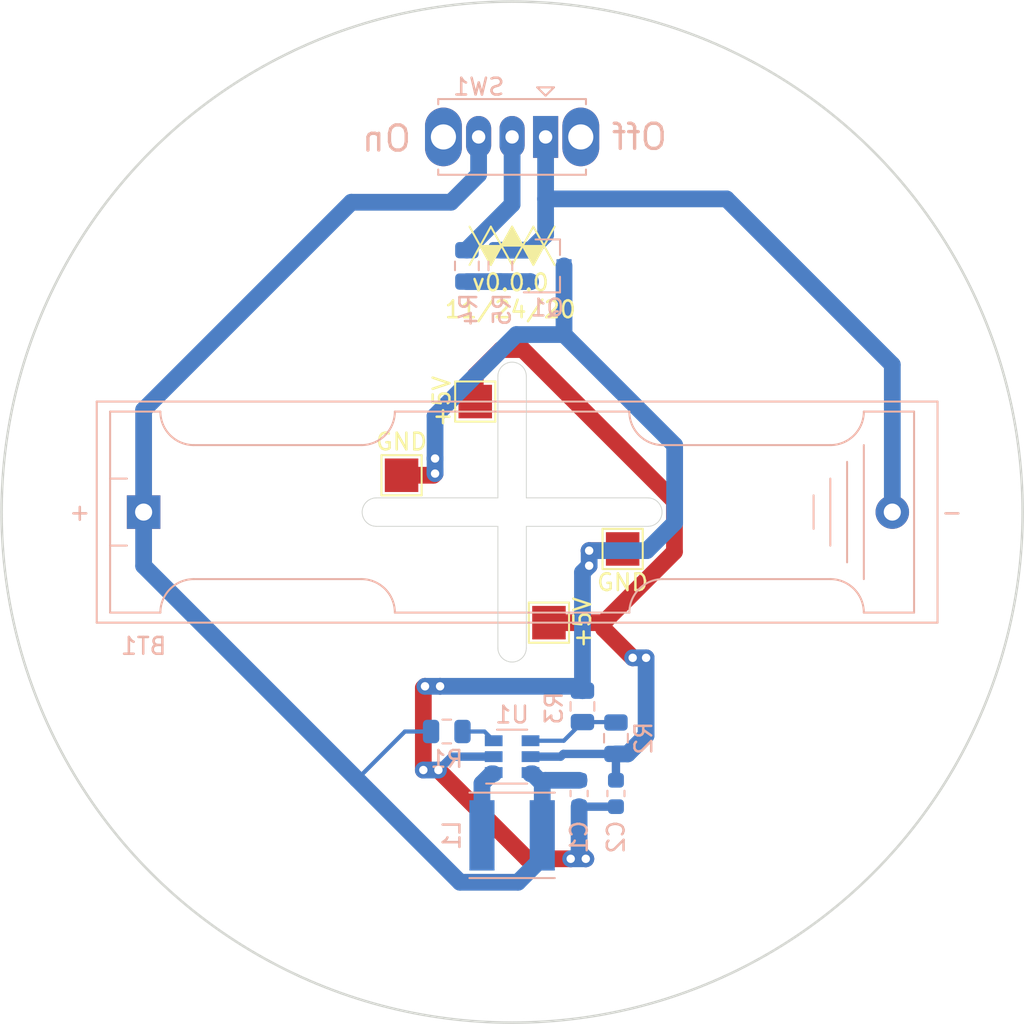
<source format=kicad_pcb>
(kicad_pcb (version 20171130) (host pcbnew "(5.1.6)-1")

  (general
    (thickness 1.6)
    (drawings 20)
    (tracks 104)
    (zones 0)
    (modules 17)
    (nets 10)
  )

  (page A4)
  (layers
    (0 F.Cu signal)
    (31 B.Cu signal)
    (32 B.Adhes user)
    (33 F.Adhes user)
    (34 B.Paste user)
    (35 F.Paste user)
    (36 B.SilkS user)
    (37 F.SilkS user)
    (38 B.Mask user)
    (39 F.Mask user)
    (40 Dwgs.User user)
    (41 Cmts.User user)
    (42 Eco1.User user)
    (43 Eco2.User user)
    (44 Edge.Cuts user)
    (45 Margin user)
    (46 B.CrtYd user)
    (47 F.CrtYd user)
    (48 B.Fab user)
    (49 F.Fab user)
  )

  (setup
    (last_trace_width 1)
    (user_trace_width 0.2)
    (user_trace_width 0.5)
    (user_trace_width 1)
    (trace_clearance 0.2)
    (zone_clearance 0.508)
    (zone_45_only no)
    (trace_min 0.2)
    (via_size 0.8)
    (via_drill 0.4)
    (via_min_size 0.4)
    (via_min_drill 0.3)
    (user_via 0.51 0.3)
    (user_via 1 0.5)
    (uvia_size 0.3)
    (uvia_drill 0.1)
    (uvias_allowed no)
    (uvia_min_size 0.2)
    (uvia_min_drill 0.1)
    (edge_width 0.05)
    (segment_width 0.2)
    (pcb_text_width 0.3)
    (pcb_text_size 1.5 1.5)
    (mod_edge_width 0.12)
    (mod_text_size 1 1)
    (mod_text_width 0.15)
    (pad_size 1.524 1.524)
    (pad_drill 0.762)
    (pad_to_mask_clearance 0.05)
    (aux_axis_origin 0 0)
    (visible_elements 7FFFFFFF)
    (pcbplotparams
      (layerselection 0x010fc_ffffffff)
      (usegerberextensions false)
      (usegerberattributes true)
      (usegerberadvancedattributes true)
      (creategerberjobfile true)
      (excludeedgelayer true)
      (linewidth 0.100000)
      (plotframeref false)
      (viasonmask false)
      (mode 1)
      (useauxorigin false)
      (hpglpennumber 1)
      (hpglpenspeed 20)
      (hpglpendiameter 15.000000)
      (psnegative false)
      (psa4output false)
      (plotreference true)
      (plotvalue true)
      (plotinvisibletext false)
      (padsonsilk false)
      (subtractmaskfromsilk false)
      (outputformat 1)
      (mirror false)
      (drillshape 1)
      (scaleselection 1)
      (outputdirectory ""))
  )

  (net 0 "")
  (net 1 GND)
  (net 2 +1-1.5V)
  (net 3 +5V)
  (net 4 "Net-(L1-Pad2)")
  (net 5 POW_GND)
  (net 6 "Net-(Q1-Pad1)")
  (net 7 "Net-(R1-Pad2)")
  (net 8 "Net-(R2-Pad2)")
  (net 9 +SWV)

  (net_class Default "This is the default net class."
    (clearance 0.2)
    (trace_width 0.25)
    (via_dia 0.8)
    (via_drill 0.4)
    (uvia_dia 0.3)
    (uvia_drill 0.1)
    (add_net +1-1.5V)
    (add_net +5V)
    (add_net +SWV)
    (add_net GND)
    (add_net "Net-(L1-Pad2)")
    (add_net "Net-(Q1-Pad1)")
    (add_net "Net-(R1-Pad2)")
    (add_net "Net-(R2-Pad2)")
    (add_net POW_GND)
  )

  (module Symbol:Logo_WM (layer F.Cu) (tedit 5EA02B73) (tstamp 5FBE3A26)
    (at 64.7 40.3)
    (fp_text reference REF** (at 0 -2.286) (layer F.SilkS) hide
      (effects (font (size 1 1) (thickness 0.15)))
    )
    (fp_text value Logo_WM (at 0 2.032) (layer F.Fab)
      (effects (font (size 1 1) (thickness 0.15)))
    )
    (fp_line (start 0 -1.143) (end -0.635 0) (layer F.SilkS) (width 0.12))
    (fp_line (start -0.635 0) (end 0 1.143) (layer F.SilkS) (width 0.12))
    (fp_line (start 0 1.143) (end 0.635 0) (layer F.SilkS) (width 0.12))
    (fp_line (start 0.635 0) (end 0 -1.143) (layer F.SilkS) (width 0.12))
    (fp_line (start 1.905 0) (end 1.27 -1.143) (layer F.SilkS) (width 0.12))
    (fp_line (start 1.27 1.143) (end 1.905 0) (layer F.SilkS) (width 0.12))
    (fp_line (start 0.635 0) (end 1.27 1.143) (layer F.SilkS) (width 0.12))
    (fp_line (start 1.27 -1.143) (end 0.635 0) (layer F.SilkS) (width 0.12))
    (fp_line (start -1.27 1.143) (end -0.635 0) (layer F.SilkS) (width 0.12))
    (fp_line (start -1.27 -1.143) (end -1.905 0) (layer F.SilkS) (width 0.12))
    (fp_line (start -1.905 0) (end -1.27 1.143) (layer F.SilkS) (width 0.12))
    (fp_line (start -0.635 0) (end -1.27 -1.143) (layer F.SilkS) (width 0.12))
    (fp_line (start -1.905 0) (end -2.54 -1.143) (layer F.SilkS) (width 0.12))
    (fp_line (start -2.54 1.143) (end -1.905 0) (layer F.SilkS) (width 0.12))
    (fp_line (start 2.54 -1.143) (end 1.905 0) (layer F.SilkS) (width 0.12))
    (fp_line (start 1.905 0) (end 2.54 1.143) (layer F.SilkS) (width 0.12))
    (fp_poly (pts (xy -1.905 0) (xy -0.635 0) (xy -1.27 1.143)) (layer F.SilkS) (width 0.1))
    (fp_poly (pts (xy -0.635 0) (xy 0.635 0) (xy 0 -1.143)) (layer F.SilkS) (width 0.1))
    (fp_poly (pts (xy 0.635 0) (xy 1.905 0) (xy 1.27 1.143)) (layer F.SilkS) (width 0.1))
  )

  (module Package_TO_SOT_SMD:SOT-23-6 (layer B.Cu) (tedit 5A02FF57) (tstamp 5FBE2192)
    (at 64.7 70.8)
    (descr "6-pin SOT-23 package")
    (tags SOT-23-6)
    (path /5FBBAFBE)
    (attr smd)
    (fp_text reference U1 (at 0 -2.5 180) (layer B.SilkS)
      (effects (font (size 1 1) (thickness 0.15)) (justify mirror))
    )
    (fp_text value MCP1640BCH (at 0 -2.9 180) (layer B.Fab)
      (effects (font (size 1 1) (thickness 0.15)) (justify mirror))
    )
    (fp_line (start 0.9 1.55) (end 0.9 -1.55) (layer B.Fab) (width 0.1))
    (fp_line (start 0.9 -1.55) (end -0.9 -1.55) (layer B.Fab) (width 0.1))
    (fp_line (start -0.9 0.9) (end -0.9 -1.55) (layer B.Fab) (width 0.1))
    (fp_line (start 0.9 1.55) (end -0.25 1.55) (layer B.Fab) (width 0.1))
    (fp_line (start -0.9 0.9) (end -0.25 1.55) (layer B.Fab) (width 0.1))
    (fp_line (start -1.9 1.8) (end -1.9 -1.8) (layer B.CrtYd) (width 0.05))
    (fp_line (start -1.9 -1.8) (end 1.9 -1.8) (layer B.CrtYd) (width 0.05))
    (fp_line (start 1.9 -1.8) (end 1.9 1.8) (layer B.CrtYd) (width 0.05))
    (fp_line (start 1.9 1.8) (end -1.9 1.8) (layer B.CrtYd) (width 0.05))
    (fp_line (start 0.9 1.61) (end -1.55 1.61) (layer B.SilkS) (width 0.12))
    (fp_line (start -0.9 -1.61) (end 0.9 -1.61) (layer B.SilkS) (width 0.12))
    (fp_text user %R (at 0 0 90) (layer B.Fab)
      (effects (font (size 0.5 0.5) (thickness 0.075)) (justify mirror))
    )
    (pad 5 smd rect (at 1.1 0) (size 1.06 0.65) (layers B.Cu B.Paste B.Mask)
      (net 3 +5V))
    (pad 6 smd rect (at 1.1 0.95) (size 1.06 0.65) (layers B.Cu B.Paste B.Mask)
      (net 2 +1-1.5V))
    (pad 4 smd rect (at 1.1 -0.95) (size 1.06 0.65) (layers B.Cu B.Paste B.Mask)
      (net 8 "Net-(R2-Pad2)"))
    (pad 3 smd rect (at -1.1 -0.95) (size 1.06 0.65) (layers B.Cu B.Paste B.Mask)
      (net 7 "Net-(R1-Pad2)"))
    (pad 2 smd rect (at -1.1 0) (size 1.06 0.65) (layers B.Cu B.Paste B.Mask)
      (net 5 POW_GND))
    (pad 1 smd rect (at -1.1 0.95) (size 1.06 0.65) (layers B.Cu B.Paste B.Mask)
      (net 4 "Net-(L1-Pad2)"))
    (model ${KISYS3DMOD}/Package_TO_SOT_SMD.3dshapes/SOT-23-6.wrl
      (at (xyz 0 0 0))
      (scale (xyz 1 1 1))
      (rotate (xyz 0 0 0))
    )
  )

  (module TestPoint:TestPoint_Pad_2.0x2.0mm (layer F.Cu) (tedit 5A0F774F) (tstamp 5FBE217C)
    (at 71.3 58.4 180)
    (descr "SMD rectangular pad as test Point, square 2.0mm side length")
    (tags "test point SMD pad rectangle square")
    (path /5FC1F468)
    (attr virtual)
    (fp_text reference GND (at 0 -1.998) (layer F.SilkS)
      (effects (font (size 1 1) (thickness 0.15)))
    )
    (fp_text value TP_G (at 0 2.05) (layer F.Fab)
      (effects (font (size 1 1) (thickness 0.15)))
    )
    (fp_line (start 1.5 1.5) (end -1.5 1.5) (layer F.CrtYd) (width 0.05))
    (fp_line (start 1.5 1.5) (end 1.5 -1.5) (layer F.CrtYd) (width 0.05))
    (fp_line (start -1.5 -1.5) (end -1.5 1.5) (layer F.CrtYd) (width 0.05))
    (fp_line (start -1.5 -1.5) (end 1.5 -1.5) (layer F.CrtYd) (width 0.05))
    (fp_line (start -1.2 1.2) (end -1.2 -1.2) (layer F.SilkS) (width 0.12))
    (fp_line (start 1.2 1.2) (end -1.2 1.2) (layer F.SilkS) (width 0.12))
    (fp_line (start 1.2 -1.2) (end 1.2 1.2) (layer F.SilkS) (width 0.12))
    (fp_line (start -1.2 -1.2) (end 1.2 -1.2) (layer F.SilkS) (width 0.12))
    (fp_text user %R (at 0 -2) (layer F.Fab)
      (effects (font (size 1 1) (thickness 0.15)))
    )
    (pad 1 smd rect (at 0 0 180) (size 2 2) (layers F.Cu F.Mask)
      (net 5 POW_GND))
  )

  (module TestPoint:TestPoint_Pad_2.0x2.0mm (layer F.Cu) (tedit 5A0F774F) (tstamp 5FBE216E)
    (at 58.1 54)
    (descr "SMD rectangular pad as test Point, square 2.0mm side length")
    (tags "test point SMD pad rectangle square")
    (path /5FC1E729)
    (attr virtual)
    (fp_text reference GND (at 0 -1.998) (layer F.SilkS)
      (effects (font (size 1 1) (thickness 0.15)))
    )
    (fp_text value TP_G (at 0 2.05) (layer F.Fab)
      (effects (font (size 1 1) (thickness 0.15)))
    )
    (fp_line (start 1.5 1.5) (end -1.5 1.5) (layer F.CrtYd) (width 0.05))
    (fp_line (start 1.5 1.5) (end 1.5 -1.5) (layer F.CrtYd) (width 0.05))
    (fp_line (start -1.5 -1.5) (end -1.5 1.5) (layer F.CrtYd) (width 0.05))
    (fp_line (start -1.5 -1.5) (end 1.5 -1.5) (layer F.CrtYd) (width 0.05))
    (fp_line (start -1.2 1.2) (end -1.2 -1.2) (layer F.SilkS) (width 0.12))
    (fp_line (start 1.2 1.2) (end -1.2 1.2) (layer F.SilkS) (width 0.12))
    (fp_line (start 1.2 -1.2) (end 1.2 1.2) (layer F.SilkS) (width 0.12))
    (fp_line (start -1.2 -1.2) (end 1.2 -1.2) (layer F.SilkS) (width 0.12))
    (fp_text user %R (at 0 -2) (layer F.Fab)
      (effects (font (size 1 1) (thickness 0.15)))
    )
    (pad 1 smd rect (at 0 0) (size 2 2) (layers F.Cu F.Mask)
      (net 5 POW_GND))
  )

  (module TestPoint:TestPoint_Pad_2.0x2.0mm (layer F.Cu) (tedit 5A0F774F) (tstamp 5FBE2160)
    (at 66.9 62.8 270)
    (descr "SMD rectangular pad as test Point, square 2.0mm side length")
    (tags "test point SMD pad rectangle square")
    (path /5FC1D717)
    (attr virtual)
    (fp_text reference +5V (at 0 -1.998 90) (layer F.SilkS)
      (effects (font (size 1 1) (thickness 0.15)))
    )
    (fp_text value TP_V (at 0 2.05 90) (layer F.Fab)
      (effects (font (size 1 1) (thickness 0.15)))
    )
    (fp_line (start 1.5 1.5) (end -1.5 1.5) (layer F.CrtYd) (width 0.05))
    (fp_line (start 1.5 1.5) (end 1.5 -1.5) (layer F.CrtYd) (width 0.05))
    (fp_line (start -1.5 -1.5) (end -1.5 1.5) (layer F.CrtYd) (width 0.05))
    (fp_line (start -1.5 -1.5) (end 1.5 -1.5) (layer F.CrtYd) (width 0.05))
    (fp_line (start -1.2 1.2) (end -1.2 -1.2) (layer F.SilkS) (width 0.12))
    (fp_line (start 1.2 1.2) (end -1.2 1.2) (layer F.SilkS) (width 0.12))
    (fp_line (start 1.2 -1.2) (end 1.2 1.2) (layer F.SilkS) (width 0.12))
    (fp_line (start -1.2 -1.2) (end 1.2 -1.2) (layer F.SilkS) (width 0.12))
    (fp_text user %R (at 0 -2 90) (layer F.Fab)
      (effects (font (size 1 1) (thickness 0.15)))
    )
    (pad 1 smd rect (at 0 0 270) (size 2 2) (layers F.Cu F.Mask)
      (net 3 +5V))
  )

  (module TestPoint:TestPoint_Pad_2.0x2.0mm (layer F.Cu) (tedit 5A0F774F) (tstamp 5FBE2152)
    (at 62.5 49.6 90)
    (descr "SMD rectangular pad as test Point, square 2.0mm side length")
    (tags "test point SMD pad rectangle square")
    (path /5FC785EA)
    (attr virtual)
    (fp_text reference +5V (at 0 -1.998 90) (layer F.SilkS)
      (effects (font (size 1 1) (thickness 0.15)))
    )
    (fp_text value TP_V (at 0 2.05 90) (layer F.Fab)
      (effects (font (size 1 1) (thickness 0.15)))
    )
    (fp_line (start 1.5 1.5) (end -1.5 1.5) (layer F.CrtYd) (width 0.05))
    (fp_line (start 1.5 1.5) (end 1.5 -1.5) (layer F.CrtYd) (width 0.05))
    (fp_line (start -1.5 -1.5) (end -1.5 1.5) (layer F.CrtYd) (width 0.05))
    (fp_line (start -1.5 -1.5) (end 1.5 -1.5) (layer F.CrtYd) (width 0.05))
    (fp_line (start -1.2 1.2) (end -1.2 -1.2) (layer F.SilkS) (width 0.12))
    (fp_line (start 1.2 1.2) (end -1.2 1.2) (layer F.SilkS) (width 0.12))
    (fp_line (start 1.2 -1.2) (end 1.2 1.2) (layer F.SilkS) (width 0.12))
    (fp_line (start -1.2 -1.2) (end 1.2 -1.2) (layer F.SilkS) (width 0.12))
    (fp_text user %R (at 0 -2 90) (layer F.Fab)
      (effects (font (size 1 1) (thickness 0.15)))
    )
    (pad 1 smd rect (at 0 0 90) (size 2 2) (layers F.Cu F.Mask)
      (net 3 +5V))
  )

  (module Button_Switch_THT:SW_Slide_1P2T_CK_OS102011MS2Q (layer B.Cu) (tedit 5C5044D5) (tstamp 5FBE2144)
    (at 66.7 33.8 180)
    (descr "CuK miniature slide switch, OS series, SPDT, https://www.ckswitches.com/media/1428/os.pdf")
    (tags "switch SPDT")
    (path /5FBC0A07)
    (fp_text reference SW1 (at 3.99 2.99) (layer B.SilkS)
      (effects (font (size 1 1) (thickness 0.15)) (justify mirror))
    )
    (fp_text value SW_SPDT (at 2 -3) (layer B.Fab)
      (effects (font (size 1 1) (thickness 0.15)) (justify mirror))
    )
    (fp_line (start 0.5 2.96) (end -0.5 2.96) (layer B.SilkS) (width 0.12))
    (fp_line (start 0 2.46) (end 0.5 2.96) (layer B.SilkS) (width 0.12))
    (fp_line (start -0.5 2.96) (end 0 2.46) (layer B.SilkS) (width 0.12))
    (fp_line (start 0 1.65) (end 0.5 2.15) (layer B.Fab) (width 0.1))
    (fp_line (start -0.5 2.15) (end 0 1.65) (layer B.Fab) (width 0.1))
    (fp_line (start -3.45 -2.4) (end -3.45 2.4) (layer F.CrtYd) (width 0.05))
    (fp_line (start 7.45 -2.4) (end -3.45 -2.4) (layer F.CrtYd) (width 0.05))
    (fp_line (start 7.45 2.4) (end 7.45 -2.4) (layer F.CrtYd) (width 0.05))
    (fp_line (start -3.45 2.4) (end 7.45 2.4) (layer F.CrtYd) (width 0.05))
    (fp_line (start 6.41 -2.26) (end 6.41 -1.95) (layer B.SilkS) (width 0.12))
    (fp_line (start -2.41 -2.26) (end -2.41 -1.95) (layer B.SilkS) (width 0.12))
    (fp_line (start -2.41 1.95) (end -2.41 2.26) (layer B.SilkS) (width 0.12))
    (fp_line (start 6.41 -2.26) (end -2.41 -2.26) (layer B.SilkS) (width 0.12))
    (fp_line (start 6.41 2.26) (end 6.41 1.95) (layer B.SilkS) (width 0.12))
    (fp_line (start -2.41 2.26) (end 6.41 2.26) (layer B.SilkS) (width 0.12))
    (fp_line (start -2.3 2.15) (end -0.5 2.15) (layer B.Fab) (width 0.1))
    (fp_line (start 2 1) (end 2 -1) (layer B.Fab) (width 0.1))
    (fp_line (start 1.34 1) (end 1.34 -1) (layer B.Fab) (width 0.1))
    (fp_line (start 0.66 1) (end 0.66 -1) (layer B.Fab) (width 0.1))
    (fp_line (start 0 1) (end 0 -1) (layer B.Fab) (width 0.1))
    (fp_line (start 0 -1) (end 4 -1) (layer B.Fab) (width 0.1))
    (fp_line (start 4 1) (end 4 -1) (layer B.Fab) (width 0.1))
    (fp_line (start 0 1) (end 4 1) (layer B.Fab) (width 0.1))
    (fp_line (start -2.3 -2.15) (end -2.3 2.15) (layer B.Fab) (width 0.1))
    (fp_line (start 6.3 -2.15) (end -2.3 -2.15) (layer B.Fab) (width 0.1))
    (fp_line (start 6.3 2.15) (end 6.3 -2.15) (layer B.Fab) (width 0.1))
    (fp_line (start 0.5 2.15) (end 6.3 2.15) (layer B.Fab) (width 0.1))
    (fp_text user %R (at 3.99 2.99) (layer B.Fab)
      (effects (font (size 1 1) (thickness 0.15)) (justify mirror))
    )
    (pad "" thru_hole oval (at 6.1 0 180) (size 2.2 3.5) (drill 1.5) (layers *.Cu *.Mask))
    (pad "" thru_hole oval (at -2.1 0 180) (size 2.2 3.5) (drill 1.5) (layers *.Cu *.Mask))
    (pad 3 thru_hole oval (at 4 0 180) (size 1.5 2.5) (drill 0.8) (layers *.Cu *.Mask)
      (net 2 +1-1.5V))
    (pad 2 thru_hole oval (at 2 0 180) (size 1.5 2.5) (drill 0.8) (layers *.Cu *.Mask)
      (net 9 +SWV))
    (pad 1 thru_hole rect (at 0 0 180) (size 1.5 2.5) (drill 0.8) (layers *.Cu *.Mask)
      (net 1 GND))
    (model ${KISYS3DMOD}/Button_Switch_THT.3dshapes/SW_Slide_1P2T_CK_OS102011MS2Q.wrl
      (at (xyz 0 0 0))
      (scale (xyz 1 1 1))
      (rotate (xyz 0 0 0))
    )
  )

  (module Resistor_SMD:R_0805_2012Metric (layer B.Cu) (tedit 5B36C52B) (tstamp 5FBE211F)
    (at 64 41.5 90)
    (descr "Resistor SMD 0805 (2012 Metric), square (rectangular) end terminal, IPC_7351 nominal, (Body size source: https://docs.google.com/spreadsheets/d/1BsfQQcO9C6DZCsRaXUlFlo91Tg2WpOkGARC1WS5S8t0/edit?usp=sharing), generated with kicad-footprint-generator")
    (tags resistor)
    (path /5FBE68B5)
    (attr smd)
    (fp_text reference R5 (at -2.6 0.1 90) (layer B.SilkS)
      (effects (font (size 1 1) (thickness 0.15)) (justify mirror))
    )
    (fp_text value 10kR (at 0 -1.65 90) (layer B.Fab)
      (effects (font (size 1 1) (thickness 0.15)) (justify mirror))
    )
    (fp_line (start 1.68 -0.95) (end -1.68 -0.95) (layer B.CrtYd) (width 0.05))
    (fp_line (start 1.68 0.95) (end 1.68 -0.95) (layer B.CrtYd) (width 0.05))
    (fp_line (start -1.68 0.95) (end 1.68 0.95) (layer B.CrtYd) (width 0.05))
    (fp_line (start -1.68 -0.95) (end -1.68 0.95) (layer B.CrtYd) (width 0.05))
    (fp_line (start -0.258578 -0.71) (end 0.258578 -0.71) (layer B.SilkS) (width 0.12))
    (fp_line (start -0.258578 0.71) (end 0.258578 0.71) (layer B.SilkS) (width 0.12))
    (fp_line (start 1 -0.6) (end -1 -0.6) (layer B.Fab) (width 0.1))
    (fp_line (start 1 0.6) (end 1 -0.6) (layer B.Fab) (width 0.1))
    (fp_line (start -1 0.6) (end 1 0.6) (layer B.Fab) (width 0.1))
    (fp_line (start -1 -0.6) (end -1 0.6) (layer B.Fab) (width 0.1))
    (fp_text user %R (at 0 0 90) (layer B.Fab)
      (effects (font (size 0.5 0.5) (thickness 0.08)) (justify mirror))
    )
    (pad 2 smd roundrect (at 0.9375 0 90) (size 0.975 1.4) (layers B.Cu B.Paste B.Mask) (roundrect_rratio 0.25)
      (net 1 GND))
    (pad 1 smd roundrect (at -0.9375 0 90) (size 0.975 1.4) (layers B.Cu B.Paste B.Mask) (roundrect_rratio 0.25)
      (net 6 "Net-(Q1-Pad1)"))
    (model ${KISYS3DMOD}/Resistor_SMD.3dshapes/R_0805_2012Metric.wrl
      (at (xyz 0 0 0))
      (scale (xyz 1 1 1))
      (rotate (xyz 0 0 0))
    )
  )

  (module Resistor_SMD:R_0805_2012Metric (layer B.Cu) (tedit 5B36C52B) (tstamp 5FBE210E)
    (at 62 41.5 270)
    (descr "Resistor SMD 0805 (2012 Metric), square (rectangular) end terminal, IPC_7351 nominal, (Body size source: https://docs.google.com/spreadsheets/d/1BsfQQcO9C6DZCsRaXUlFlo91Tg2WpOkGARC1WS5S8t0/edit?usp=sharing), generated with kicad-footprint-generator")
    (tags resistor)
    (path /5FBE78E9)
    (attr smd)
    (fp_text reference R4 (at 2.6 -0.1 90) (layer B.SilkS)
      (effects (font (size 1 1) (thickness 0.15)) (justify mirror))
    )
    (fp_text value 1kR (at 0 -1.65 90) (layer B.Fab)
      (effects (font (size 1 1) (thickness 0.15)) (justify mirror))
    )
    (fp_line (start 1.68 -0.95) (end -1.68 -0.95) (layer B.CrtYd) (width 0.05))
    (fp_line (start 1.68 0.95) (end 1.68 -0.95) (layer B.CrtYd) (width 0.05))
    (fp_line (start -1.68 0.95) (end 1.68 0.95) (layer B.CrtYd) (width 0.05))
    (fp_line (start -1.68 -0.95) (end -1.68 0.95) (layer B.CrtYd) (width 0.05))
    (fp_line (start -0.258578 -0.71) (end 0.258578 -0.71) (layer B.SilkS) (width 0.12))
    (fp_line (start -0.258578 0.71) (end 0.258578 0.71) (layer B.SilkS) (width 0.12))
    (fp_line (start 1 -0.6) (end -1 -0.6) (layer B.Fab) (width 0.1))
    (fp_line (start 1 0.6) (end 1 -0.6) (layer B.Fab) (width 0.1))
    (fp_line (start -1 0.6) (end 1 0.6) (layer B.Fab) (width 0.1))
    (fp_line (start -1 -0.6) (end -1 0.6) (layer B.Fab) (width 0.1))
    (fp_text user %R (at 0 0 90) (layer B.Fab)
      (effects (font (size 0.5 0.5) (thickness 0.08)) (justify mirror))
    )
    (pad 2 smd roundrect (at 0.9375 0 270) (size 0.975 1.4) (layers B.Cu B.Paste B.Mask) (roundrect_rratio 0.25)
      (net 6 "Net-(Q1-Pad1)"))
    (pad 1 smd roundrect (at -0.9375 0 270) (size 0.975 1.4) (layers B.Cu B.Paste B.Mask) (roundrect_rratio 0.25)
      (net 9 +SWV))
    (model ${KISYS3DMOD}/Resistor_SMD.3dshapes/R_0805_2012Metric.wrl
      (at (xyz 0 0 0))
      (scale (xyz 1 1 1))
      (rotate (xyz 0 0 0))
    )
  )

  (module Resistor_SMD:R_0805_2012Metric (layer B.Cu) (tedit 5B36C52B) (tstamp 5FBE20FD)
    (at 68.9 67.8 90)
    (descr "Resistor SMD 0805 (2012 Metric), square (rectangular) end terminal, IPC_7351 nominal, (Body size source: https://docs.google.com/spreadsheets/d/1BsfQQcO9C6DZCsRaXUlFlo91Tg2WpOkGARC1WS5S8t0/edit?usp=sharing), generated with kicad-footprint-generator")
    (tags resistor)
    (path /5FBC393A)
    (attr smd)
    (fp_text reference R3 (at -0.1 -1.7 90) (layer B.SilkS)
      (effects (font (size 1 1) (thickness 0.15)) (justify mirror))
    )
    (fp_text value 309kR (at 0 -1.65 90) (layer B.Fab)
      (effects (font (size 1 1) (thickness 0.15)) (justify mirror))
    )
    (fp_line (start 1.68 -0.95) (end -1.68 -0.95) (layer B.CrtYd) (width 0.05))
    (fp_line (start 1.68 0.95) (end 1.68 -0.95) (layer B.CrtYd) (width 0.05))
    (fp_line (start -1.68 0.95) (end 1.68 0.95) (layer B.CrtYd) (width 0.05))
    (fp_line (start -1.68 -0.95) (end -1.68 0.95) (layer B.CrtYd) (width 0.05))
    (fp_line (start -0.258578 -0.71) (end 0.258578 -0.71) (layer B.SilkS) (width 0.12))
    (fp_line (start -0.258578 0.71) (end 0.258578 0.71) (layer B.SilkS) (width 0.12))
    (fp_line (start 1 -0.6) (end -1 -0.6) (layer B.Fab) (width 0.1))
    (fp_line (start 1 0.6) (end 1 -0.6) (layer B.Fab) (width 0.1))
    (fp_line (start -1 0.6) (end 1 0.6) (layer B.Fab) (width 0.1))
    (fp_line (start -1 -0.6) (end -1 0.6) (layer B.Fab) (width 0.1))
    (fp_text user %R (at 0 0 90) (layer B.Fab)
      (effects (font (size 0.5 0.5) (thickness 0.08)) (justify mirror))
    )
    (pad 2 smd roundrect (at 0.9375 0 90) (size 0.975 1.4) (layers B.Cu B.Paste B.Mask) (roundrect_rratio 0.25)
      (net 5 POW_GND))
    (pad 1 smd roundrect (at -0.9375 0 90) (size 0.975 1.4) (layers B.Cu B.Paste B.Mask) (roundrect_rratio 0.25)
      (net 8 "Net-(R2-Pad2)"))
    (model ${KISYS3DMOD}/Resistor_SMD.3dshapes/R_0805_2012Metric.wrl
      (at (xyz 0 0 0))
      (scale (xyz 1 1 1))
      (rotate (xyz 0 0 0))
    )
  )

  (module Resistor_SMD:R_0805_2012Metric (layer B.Cu) (tedit 5B36C52B) (tstamp 5FBE20EC)
    (at 70.9 69.7 90)
    (descr "Resistor SMD 0805 (2012 Metric), square (rectangular) end terminal, IPC_7351 nominal, (Body size source: https://docs.google.com/spreadsheets/d/1BsfQQcO9C6DZCsRaXUlFlo91Tg2WpOkGARC1WS5S8t0/edit?usp=sharing), generated with kicad-footprint-generator")
    (tags resistor)
    (path /5FBC32F6)
    (attr smd)
    (fp_text reference R2 (at 0 1.65 90) (layer B.SilkS)
      (effects (font (size 1 1) (thickness 0.15)) (justify mirror))
    )
    (fp_text value 976kR (at 0 -1.65 90) (layer B.Fab)
      (effects (font (size 1 1) (thickness 0.15)) (justify mirror))
    )
    (fp_line (start 1.68 -0.95) (end -1.68 -0.95) (layer B.CrtYd) (width 0.05))
    (fp_line (start 1.68 0.95) (end 1.68 -0.95) (layer B.CrtYd) (width 0.05))
    (fp_line (start -1.68 0.95) (end 1.68 0.95) (layer B.CrtYd) (width 0.05))
    (fp_line (start -1.68 -0.95) (end -1.68 0.95) (layer B.CrtYd) (width 0.05))
    (fp_line (start -0.258578 -0.71) (end 0.258578 -0.71) (layer B.SilkS) (width 0.12))
    (fp_line (start -0.258578 0.71) (end 0.258578 0.71) (layer B.SilkS) (width 0.12))
    (fp_line (start 1 -0.6) (end -1 -0.6) (layer B.Fab) (width 0.1))
    (fp_line (start 1 0.6) (end 1 -0.6) (layer B.Fab) (width 0.1))
    (fp_line (start -1 0.6) (end 1 0.6) (layer B.Fab) (width 0.1))
    (fp_line (start -1 -0.6) (end -1 0.6) (layer B.Fab) (width 0.1))
    (fp_text user %R (at 0 0 90) (layer B.Fab)
      (effects (font (size 0.5 0.5) (thickness 0.08)) (justify mirror))
    )
    (pad 2 smd roundrect (at 0.9375 0 90) (size 0.975 1.4) (layers B.Cu B.Paste B.Mask) (roundrect_rratio 0.25)
      (net 8 "Net-(R2-Pad2)"))
    (pad 1 smd roundrect (at -0.9375 0 90) (size 0.975 1.4) (layers B.Cu B.Paste B.Mask) (roundrect_rratio 0.25)
      (net 3 +5V))
    (model ${KISYS3DMOD}/Resistor_SMD.3dshapes/R_0805_2012Metric.wrl
      (at (xyz 0 0 0))
      (scale (xyz 1 1 1))
      (rotate (xyz 0 0 0))
    )
  )

  (module Resistor_SMD:R_0805_2012Metric (layer B.Cu) (tedit 5B36C52B) (tstamp 5FBE20DB)
    (at 60.8 69.3)
    (descr "Resistor SMD 0805 (2012 Metric), square (rectangular) end terminal, IPC_7351 nominal, (Body size source: https://docs.google.com/spreadsheets/d/1BsfQQcO9C6DZCsRaXUlFlo91Tg2WpOkGARC1WS5S8t0/edit?usp=sharing), generated with kicad-footprint-generator")
    (tags resistor)
    (path /5FBC81D7)
    (attr smd)
    (fp_text reference R1 (at 0 1.65 180) (layer B.SilkS)
      (effects (font (size 1 1) (thickness 0.15)) (justify mirror))
    )
    (fp_text value 10kR (at 0 -1.65 180) (layer B.Fab)
      (effects (font (size 1 1) (thickness 0.15)) (justify mirror))
    )
    (fp_line (start 1.68 -0.95) (end -1.68 -0.95) (layer B.CrtYd) (width 0.05))
    (fp_line (start 1.68 0.95) (end 1.68 -0.95) (layer B.CrtYd) (width 0.05))
    (fp_line (start -1.68 0.95) (end 1.68 0.95) (layer B.CrtYd) (width 0.05))
    (fp_line (start -1.68 -0.95) (end -1.68 0.95) (layer B.CrtYd) (width 0.05))
    (fp_line (start -0.258578 -0.71) (end 0.258578 -0.71) (layer B.SilkS) (width 0.12))
    (fp_line (start -0.258578 0.71) (end 0.258578 0.71) (layer B.SilkS) (width 0.12))
    (fp_line (start 1 -0.6) (end -1 -0.6) (layer B.Fab) (width 0.1))
    (fp_line (start 1 0.6) (end 1 -0.6) (layer B.Fab) (width 0.1))
    (fp_line (start -1 0.6) (end 1 0.6) (layer B.Fab) (width 0.1))
    (fp_line (start -1 -0.6) (end -1 0.6) (layer B.Fab) (width 0.1))
    (fp_text user %R (at 0 0 180) (layer B.Fab)
      (effects (font (size 0.5 0.5) (thickness 0.08)) (justify mirror))
    )
    (pad 2 smd roundrect (at 0.9375 0) (size 0.975 1.4) (layers B.Cu B.Paste B.Mask) (roundrect_rratio 0.25)
      (net 7 "Net-(R1-Pad2)"))
    (pad 1 smd roundrect (at -0.9375 0) (size 0.975 1.4) (layers B.Cu B.Paste B.Mask) (roundrect_rratio 0.25)
      (net 2 +1-1.5V))
    (model ${KISYS3DMOD}/Resistor_SMD.3dshapes/R_0805_2012Metric.wrl
      (at (xyz 0 0 0))
      (scale (xyz 1 1 1))
      (rotate (xyz 0 0 0))
    )
  )

  (module Package_TO_SOT_SMD:SOT-23 (layer B.Cu) (tedit 5A02FF57) (tstamp 5FBE20CA)
    (at 66.8 41.5)
    (descr "SOT-23, Standard")
    (tags SOT-23)
    (path /5FBDD516)
    (attr smd)
    (fp_text reference Q1 (at 0 2.5) (layer B.SilkS)
      (effects (font (size 1 1) (thickness 0.15)) (justify mirror))
    )
    (fp_text value DMG2302U (at 0 -2.5) (layer B.Fab)
      (effects (font (size 1 1) (thickness 0.15)) (justify mirror))
    )
    (fp_line (start 0.76 -1.58) (end -0.7 -1.58) (layer B.SilkS) (width 0.12))
    (fp_line (start 0.76 1.58) (end -1.4 1.58) (layer B.SilkS) (width 0.12))
    (fp_line (start -1.7 -1.75) (end -1.7 1.75) (layer B.CrtYd) (width 0.05))
    (fp_line (start 1.7 -1.75) (end -1.7 -1.75) (layer B.CrtYd) (width 0.05))
    (fp_line (start 1.7 1.75) (end 1.7 -1.75) (layer B.CrtYd) (width 0.05))
    (fp_line (start -1.7 1.75) (end 1.7 1.75) (layer B.CrtYd) (width 0.05))
    (fp_line (start 0.76 1.58) (end 0.76 0.65) (layer B.SilkS) (width 0.12))
    (fp_line (start 0.76 -1.58) (end 0.76 -0.65) (layer B.SilkS) (width 0.12))
    (fp_line (start -0.7 -1.52) (end 0.7 -1.52) (layer B.Fab) (width 0.1))
    (fp_line (start 0.7 1.52) (end 0.7 -1.52) (layer B.Fab) (width 0.1))
    (fp_line (start -0.7 0.95) (end -0.15 1.52) (layer B.Fab) (width 0.1))
    (fp_line (start -0.15 1.52) (end 0.7 1.52) (layer B.Fab) (width 0.1))
    (fp_line (start -0.7 0.95) (end -0.7 -1.5) (layer B.Fab) (width 0.1))
    (fp_text user %R (at 0 0 -90) (layer B.Fab)
      (effects (font (size 0.5 0.5) (thickness 0.075)) (justify mirror))
    )
    (pad 3 smd rect (at 1 0) (size 0.9 0.8) (layers B.Cu B.Paste B.Mask)
      (net 5 POW_GND))
    (pad 2 smd rect (at -1 -0.95) (size 0.9 0.8) (layers B.Cu B.Paste B.Mask)
      (net 1 GND))
    (pad 1 smd rect (at -1 0.95) (size 0.9 0.8) (layers B.Cu B.Paste B.Mask)
      (net 6 "Net-(Q1-Pad1)"))
    (model ${KISYS3DMOD}/Package_TO_SOT_SMD.3dshapes/SOT-23.wrl
      (at (xyz 0 0 0))
      (scale (xyz 1 1 1))
      (rotate (xyz 0 0 0))
    )
  )

  (module Inductor_SMD:L_Taiyo-Yuden_NR-50xx (layer B.Cu) (tedit 5990349D) (tstamp 5FBE20B5)
    (at 64.7 75.5 180)
    (descr "Inductor, Taiyo Yuden, NR series, Taiyo-Yuden_NR-50xx, 4.9mmx4.9mm")
    (tags "inductor taiyo-yuden nr smd")
    (path /5FBC1D89)
    (attr smd)
    (fp_text reference L1 (at 3.6 0 270) (layer B.SilkS)
      (effects (font (size 1 1) (thickness 0.15)) (justify mirror))
    )
    (fp_text value "10uH 1.4As" (at 0 -3.95 180) (layer B.Fab)
      (effects (font (size 1 1) (thickness 0.15)) (justify mirror))
    )
    (fp_line (start 2.8 2.75) (end -2.8 2.75) (layer B.CrtYd) (width 0.05))
    (fp_line (start 2.8 -2.75) (end 2.8 2.75) (layer B.CrtYd) (width 0.05))
    (fp_line (start -2.8 -2.75) (end 2.8 -2.75) (layer B.CrtYd) (width 0.05))
    (fp_line (start -2.8 2.75) (end -2.8 -2.75) (layer B.CrtYd) (width 0.05))
    (fp_line (start -2.55 -2.55) (end 2.55 -2.55) (layer B.SilkS) (width 0.12))
    (fp_line (start -2.55 2.55) (end 2.55 2.55) (layer B.SilkS) (width 0.12))
    (fp_line (start -1.65 -2.45) (end 0 -2.45) (layer B.Fab) (width 0.1))
    (fp_line (start -2.45 -1.65) (end -1.65 -2.45) (layer B.Fab) (width 0.1))
    (fp_line (start -2.45 0) (end -2.45 -1.65) (layer B.Fab) (width 0.1))
    (fp_line (start 1.65 -2.45) (end 0 -2.45) (layer B.Fab) (width 0.1))
    (fp_line (start 2.45 -1.65) (end 1.65 -2.45) (layer B.Fab) (width 0.1))
    (fp_line (start 2.45 0) (end 2.45 -1.65) (layer B.Fab) (width 0.1))
    (fp_line (start 1.65 2.45) (end 0 2.45) (layer B.Fab) (width 0.1))
    (fp_line (start 2.45 1.65) (end 1.65 2.45) (layer B.Fab) (width 0.1))
    (fp_line (start 2.45 0) (end 2.45 1.65) (layer B.Fab) (width 0.1))
    (fp_line (start -1.65 2.45) (end 0 2.45) (layer B.Fab) (width 0.1))
    (fp_line (start -2.45 1.65) (end -1.65 2.45) (layer B.Fab) (width 0.1))
    (fp_line (start -2.45 0) (end -2.45 1.65) (layer B.Fab) (width 0.1))
    (fp_text user %R (at 0 0 180) (layer B.Fab)
      (effects (font (size 1 1) (thickness 0.15)) (justify mirror))
    )
    (pad 2 smd rect (at 1.8 0 180) (size 1.5 4.2) (layers B.Cu B.Paste B.Mask)
      (net 4 "Net-(L1-Pad2)"))
    (pad 1 smd rect (at -1.8 0 180) (size 1.5 4.2) (layers B.Cu B.Paste B.Mask)
      (net 2 +1-1.5V))
    (model ${KISYS3DMOD}/Inductor_SMD.3dshapes/L_Taiyo-Yuden_NR-50xx.wrl
      (at (xyz 0 0 0))
      (scale (xyz 1 1 1))
      (rotate (xyz 0 0 0))
    )
    (model ${KISYS3DMOD}/Inductor_SMD.3dshapes/L_Bourns-SRN4018.wrl
      (at (xyz 0 0 0))
      (scale (xyz 1 1 1))
      (rotate (xyz 0 0 0))
    )
  )

  (module Capacitor_SMD:C_0603_1608Metric (layer B.Cu) (tedit 5B301BBE) (tstamp 5FBE209C)
    (at 70.9 73 270)
    (descr "Capacitor SMD 0603 (1608 Metric), square (rectangular) end terminal, IPC_7351 nominal, (Body size source: http://www.tortai-tech.com/upload/download/2011102023233369053.pdf), generated with kicad-footprint-generator")
    (tags capacitor)
    (path /5FC0169D)
    (attr smd)
    (fp_text reference C2 (at 2.6 0 90) (layer B.SilkS)
      (effects (font (size 1 1) (thickness 0.15)) (justify mirror))
    )
    (fp_text value 10uF (at 0 -1.43 90) (layer B.Fab)
      (effects (font (size 1 1) (thickness 0.15)) (justify mirror))
    )
    (fp_line (start 1.48 -0.73) (end -1.48 -0.73) (layer B.CrtYd) (width 0.05))
    (fp_line (start 1.48 0.73) (end 1.48 -0.73) (layer B.CrtYd) (width 0.05))
    (fp_line (start -1.48 0.73) (end 1.48 0.73) (layer B.CrtYd) (width 0.05))
    (fp_line (start -1.48 -0.73) (end -1.48 0.73) (layer B.CrtYd) (width 0.05))
    (fp_line (start -0.162779 -0.51) (end 0.162779 -0.51) (layer B.SilkS) (width 0.12))
    (fp_line (start -0.162779 0.51) (end 0.162779 0.51) (layer B.SilkS) (width 0.12))
    (fp_line (start 0.8 -0.4) (end -0.8 -0.4) (layer B.Fab) (width 0.1))
    (fp_line (start 0.8 0.4) (end 0.8 -0.4) (layer B.Fab) (width 0.1))
    (fp_line (start -0.8 0.4) (end 0.8 0.4) (layer B.Fab) (width 0.1))
    (fp_line (start -0.8 -0.4) (end -0.8 0.4) (layer B.Fab) (width 0.1))
    (fp_text user %R (at 0 0 90) (layer B.Fab)
      (effects (font (size 0.4 0.4) (thickness 0.06)) (justify mirror))
    )
    (pad 2 smd roundrect (at 0.7875 0 270) (size 0.875 0.95) (layers B.Cu B.Paste B.Mask) (roundrect_rratio 0.25)
      (net 5 POW_GND))
    (pad 1 smd roundrect (at -0.7875 0 270) (size 0.875 0.95) (layers B.Cu B.Paste B.Mask) (roundrect_rratio 0.25)
      (net 3 +5V))
    (model ${KISYS3DMOD}/Capacitor_SMD.3dshapes/C_0603_1608Metric.wrl
      (at (xyz 0 0 0))
      (scale (xyz 1 1 1))
      (rotate (xyz 0 0 0))
    )
  )

  (module Capacitor_SMD:C_0603_1608Metric (layer B.Cu) (tedit 5B301BBE) (tstamp 5FBE208B)
    (at 68.7 73 270)
    (descr "Capacitor SMD 0603 (1608 Metric), square (rectangular) end terminal, IPC_7351 nominal, (Body size source: http://www.tortai-tech.com/upload/download/2011102023233369053.pdf), generated with kicad-footprint-generator")
    (tags capacitor)
    (path /5FC01BAB)
    (attr smd)
    (fp_text reference C1 (at 2.6 0 90) (layer B.SilkS)
      (effects (font (size 1 1) (thickness 0.15)) (justify mirror))
    )
    (fp_text value 10uF (at 0 -1.43 90) (layer B.Fab)
      (effects (font (size 1 1) (thickness 0.15)) (justify mirror))
    )
    (fp_line (start 1.48 -0.73) (end -1.48 -0.73) (layer B.CrtYd) (width 0.05))
    (fp_line (start 1.48 0.73) (end 1.48 -0.73) (layer B.CrtYd) (width 0.05))
    (fp_line (start -1.48 0.73) (end 1.48 0.73) (layer B.CrtYd) (width 0.05))
    (fp_line (start -1.48 -0.73) (end -1.48 0.73) (layer B.CrtYd) (width 0.05))
    (fp_line (start -0.162779 -0.51) (end 0.162779 -0.51) (layer B.SilkS) (width 0.12))
    (fp_line (start -0.162779 0.51) (end 0.162779 0.51) (layer B.SilkS) (width 0.12))
    (fp_line (start 0.8 -0.4) (end -0.8 -0.4) (layer B.Fab) (width 0.1))
    (fp_line (start 0.8 0.4) (end 0.8 -0.4) (layer B.Fab) (width 0.1))
    (fp_line (start -0.8 0.4) (end 0.8 0.4) (layer B.Fab) (width 0.1))
    (fp_line (start -0.8 -0.4) (end -0.8 0.4) (layer B.Fab) (width 0.1))
    (fp_text user %R (at 0 0 90) (layer B.Fab)
      (effects (font (size 0.4 0.4) (thickness 0.06)) (justify mirror))
    )
    (pad 2 smd roundrect (at 0.7875 0 270) (size 0.875 0.95) (layers B.Cu B.Paste B.Mask) (roundrect_rratio 0.25)
      (net 5 POW_GND))
    (pad 1 smd roundrect (at -0.7875 0 270) (size 0.875 0.95) (layers B.Cu B.Paste B.Mask) (roundrect_rratio 0.25)
      (net 2 +1-1.5V))
    (model ${KISYS3DMOD}/Capacitor_SMD.3dshapes/C_0603_1608Metric.wrl
      (at (xyz 0 0 0))
      (scale (xyz 1 1 1))
      (rotate (xyz 0 0 0))
    )
  )

  (module Battery:BatteryHolder_Keystone_2466_1xAAA (layer B.Cu) (tedit 5B254C39) (tstamp 5FBE207A)
    (at 42.7 56.2)
    (descr "1xAAA Battery Holder, Keystone, Plastic Case, http://www.keyelco.com/product-pdf.cfm?p=1031")
    (tags "AAA battery holder Keystone")
    (path /5FBBBC4B)
    (fp_text reference BT1 (at 0 8 -180) (layer B.SilkS)
      (effects (font (size 1 1) (thickness 0.15)) (justify mirror))
    )
    (fp_text value Battery (at 22 0) (layer B.Fab)
      (effects (font (size 1 1) (thickness 0.15)) (justify mirror))
    )
    (fp_line (start -2.7 -6.5) (end -2.7 0) (layer B.Fab) (width 0.1))
    (fp_line (start 47.3 -6.5) (end -2.7 -6.5) (layer B.Fab) (width 0.1))
    (fp_line (start 47.3 6.5) (end 47.3 -6.5) (layer B.Fab) (width 0.1))
    (fp_line (start -2.7 6.5) (end 47.3 6.5) (layer B.Fab) (width 0.1))
    (fp_line (start -2.7 0) (end -2.7 6.5) (layer B.Fab) (width 0.1))
    (fp_line (start 46 -6) (end 43 -6) (layer B.SilkS) (width 0.12))
    (fp_line (start 46 6) (end 46 -6) (layer B.SilkS) (width 0.12))
    (fp_line (start 46 6) (end 43 6) (layer B.SilkS) (width 0.12))
    (fp_line (start -2 -6) (end 1 -6) (layer B.SilkS) (width 0.12))
    (fp_line (start -2 6) (end -2 -6) (layer B.SilkS) (width 0.12))
    (fp_line (start -2 6) (end 1 6) (layer B.SilkS) (width 0.12))
    (fp_line (start 41 -4) (end 31 -4) (layer B.SilkS) (width 0.12))
    (fp_line (start 41 4) (end 31 4) (layer B.SilkS) (width 0.12))
    (fp_line (start 3 4) (end 13 4) (layer B.SilkS) (width 0.12))
    (fp_line (start 3 -4) (end 13 -4) (layer B.SilkS) (width 0.12))
    (fp_line (start 29 6) (end 15 6) (layer B.SilkS) (width 0.12))
    (fp_line (start 15 -6) (end 29 -6) (layer B.SilkS) (width 0.12))
    (fp_line (start -1 -2) (end -2 -2) (layer B.SilkS) (width 0.12))
    (fp_line (start -2 2) (end -1 2) (layer B.SilkS) (width 0.12))
    (fp_line (start 43 4) (end 43 -4) (layer B.SilkS) (width 0.12))
    (fp_line (start 42 -3) (end 42 3) (layer B.SilkS) (width 0.12))
    (fp_line (start 41 2) (end 41 -2) (layer B.SilkS) (width 0.12))
    (fp_line (start 40 1) (end 40 -1) (layer B.SilkS) (width 0.12))
    (fp_line (start 47.4 6.6) (end -2.8 6.6) (layer B.SilkS) (width 0.12))
    (fp_line (start -2.8 6.6) (end -2.8 -6.6) (layer B.SilkS) (width 0.12))
    (fp_line (start -2.8 -6.6) (end 47.4 -6.6) (layer B.SilkS) (width 0.12))
    (fp_line (start 47.4 -6.6) (end 47.4 6.6) (layer B.SilkS) (width 0.12))
    (fp_line (start 47.8 7) (end -3.2 7) (layer B.CrtYd) (width 0.05))
    (fp_line (start -3.2 7) (end -3.2 -7) (layer B.CrtYd) (width 0.05))
    (fp_line (start -3.2 -7) (end 47.8 -7) (layer B.CrtYd) (width 0.05))
    (fp_line (start 47.8 -7) (end 47.8 7) (layer B.CrtYd) (width 0.05))
    (fp_arc (start 3 6) (end 3 4) (angle -90) (layer B.SilkS) (width 0.12))
    (fp_arc (start 41 6) (end 43 6) (angle -90) (layer B.SilkS) (width 0.12))
    (fp_arc (start 41 -6) (end 41 -4) (angle -90) (layer B.SilkS) (width 0.12))
    (fp_arc (start 3 -6) (end 1 -6) (angle -90) (layer B.SilkS) (width 0.12))
    (fp_arc (start 31 -6) (end 29 -6) (angle -90) (layer B.SilkS) (width 0.12))
    (fp_arc (start 13 -6) (end 13 -4) (angle -90) (layer B.SilkS) (width 0.12))
    (fp_arc (start 13 6) (end 15 6) (angle -90) (layer B.SilkS) (width 0.12))
    (fp_arc (start 31 6) (end 31 4) (angle -90) (layer B.SilkS) (width 0.12))
    (fp_text user %R (at 0 0) (layer B.Fab)
      (effects (font (size 1 1) (thickness 0.15)) (justify mirror))
    )
    (fp_text user + (at -3.81 0) (layer B.SilkS)
      (effects (font (size 1 1) (thickness 0.15)) (justify mirror))
    )
    (fp_text user - (at 48.26 0) (layer B.SilkS)
      (effects (font (size 1 1) (thickness 0.15)) (justify mirror))
    )
    (pad 2 thru_hole circle (at 44.7 0) (size 2 2) (drill 1.02) (layers *.Cu *.Mask)
      (net 1 GND))
    (pad 1 thru_hole rect (at 0 0) (size 2 2) (drill 1.02) (layers *.Cu *.Mask)
      (net 2 +1-1.5V))
    (model ${KISYS3DMOD}/Battery.3dshapes/BatteryHolder_Keystone_2466_1xAAA.wrl
      (at (xyz 0 0 0))
      (scale (xyz 1 1 1))
      (rotate (xyz 0 0 0))
    )
  )

  (gr_arc (start 64.7 64.3) (end 63.850001 64.319999) (angle -177.3042254) (layer Edge.Cuts) (width 0.05) (tstamp 5FBE4F1A))
  (gr_arc (start 56.6 56.2) (end 56.580001 55.350001) (angle -177.3042254) (layer Edge.Cuts) (width 0.05) (tstamp 5FBE4F1A))
  (gr_arc (start 64.7 48.1) (end 65.55 48.08) (angle -177.3042254) (layer Edge.Cuts) (width 0.05) (tstamp 5FBE4F1A))
  (gr_arc (start 72.8 56.2) (end 72.82 57.05) (angle -177.3042254) (layer Edge.Cuts) (width 0.05))
  (gr_text Off (at 72.3 33.8) (layer B.SilkS)
    (effects (font (size 1.5 1.5) (thickness 0.2)) (justify mirror))
  )
  (gr_text On (at 57.2 33.9) (layer B.SilkS)
    (effects (font (size 1.5 1.5) (thickness 0.2)) (justify mirror))
  )
  (gr_text "v0.0.0\n11/24/20" (at 64.6 43.3) (layer F.SilkS)
    (effects (font (size 1 1) (thickness 0.15)))
  )
  (gr_line (start 65.55 57.05) (end 72.82 57.05) (layer Edge.Cuts) (width 0.05) (tstamp 5FBD90A5))
  (gr_line (start 65.55 57.05) (end 65.55 64.32) (layer Edge.Cuts) (width 0.05) (tstamp 5FBD90A4))
  (gr_line (start 63.85 57.05) (end 63.85 64.32) (layer Edge.Cuts) (width 0.05) (tstamp 5FBD90A5))
  (gr_line (start 63.85 57.05) (end 56.58 57.05) (layer Edge.Cuts) (width 0.05) (tstamp 5FBD90A4))
  (gr_line (start 63.85 55.35) (end 56.58 55.35) (layer Edge.Cuts) (width 0.05) (tstamp 5FBD90A5))
  (gr_line (start 63.85 55.35) (end 63.85 48.08) (layer Edge.Cuts) (width 0.05) (tstamp 5FBD90A4))
  (gr_line (start 65.55 55.35) (end 65.55 48.08) (layer Edge.Cuts) (width 0.05) (tstamp 5FBD9426))
  (gr_line (start 65.55 55.35) (end 72.82 55.35) (layer Edge.Cuts) (width 0.05) (tstamp 5FBD9426))
  (gr_line (start 64.7 56.2) (end 64.7 86.7) (layer Cmts.User) (width 0.15) (tstamp 5FBD9413))
  (gr_line (start 64.7 56.2) (end 64.7 25.7) (layer Cmts.User) (width 0.15) (tstamp 5FBD9413))
  (gr_line (start 64.7 56.2) (end 34.2 56.2) (layer Cmts.User) (width 0.15) (tstamp 5FBD9413))
  (gr_line (start 64.7 56.2) (end 95.2 56.2) (layer Cmts.User) (width 0.15))
  (gr_circle (center 64.7 56.2) (end 95.18 56.2) (layer Edge.Cuts) (width 0.15))

  (via (at 68.2 76.9) (size 1) (drill 0.5) (layers F.Cu B.Cu) (net 5))
  (via (at 69.1 76.9) (size 1) (drill 0.5) (layers F.Cu B.Cu) (net 5))
  (via (at 60.4 66.6) (size 1) (drill 0.5) (layers F.Cu B.Cu) (net 5) (tstamp 5FBE4D2C))
  (via (at 59.5 66.6) (size 1) (drill 0.5) (layers F.Cu B.Cu) (net 5) (tstamp 5FBE4D2D))
  (via (at 59.4 71.6) (size 1) (drill 0.5) (layers F.Cu B.Cu) (net 5))
  (via (at 60.3 71.6) (size 1) (drill 0.5) (layers F.Cu B.Cu) (net 5))
  (via (at 71.9 64.9) (size 1) (drill 0.5) (layers F.Cu B.Cu) (net 3))
  (via (at 72.7 64.9) (size 1) (drill 0.5) (layers F.Cu B.Cu) (net 3))
  (segment (start 65.8 40.55) (end 66.7 39.65) (width 1) (layer B.Cu) (net 1))
  (segment (start 65.7875 40.5625) (end 65.8 40.55) (width 1) (layer B.Cu) (net 1))
  (segment (start 64 40.5625) (end 65.7875 40.5625) (width 1) (layer B.Cu) (net 1))
  (segment (start 87.4 56.2) (end 87.4 47.4) (width 1) (layer B.Cu) (net 1))
  (segment (start 77.5 37.5) (end 66.7 37.5) (width 1) (layer B.Cu) (net 1))
  (segment (start 87.4 47.4) (end 77.5 37.5) (width 1) (layer B.Cu) (net 1))
  (segment (start 66.7 39.65) (end 66.7 37.5) (width 1) (layer B.Cu) (net 1))
  (segment (start 66.7 37.5) (end 66.7 33.8) (width 1) (layer B.Cu) (net 1))
  (segment (start 42.7 56.2) (end 42.7 50.1) (width 1) (layer B.Cu) (net 2))
  (segment (start 42.7 50.1) (end 55.1 37.7) (width 1) (layer B.Cu) (net 2))
  (segment (start 61.05 37.7) (end 62.7 36.05) (width 1) (layer B.Cu) (net 2))
  (segment (start 62.7 36.05) (end 62.7 33.8) (width 1) (layer B.Cu) (net 2))
  (segment (start 55.1 37.7) (end 61.05 37.7) (width 1) (layer B.Cu) (net 2))
  (segment (start 65.925001 71.825001) (end 65.8 71.825001) (width 1) (layer B.Cu) (net 2))
  (segment (start 66.5 75.5) (end 66.5 72.4) (width 1) (layer B.Cu) (net 2))
  (segment (start 66.5 72.4) (end 65.925001 71.825001) (width 1) (layer B.Cu) (net 2))
  (segment (start 66.6875 72.2125) (end 66.5 72.4) (width 1) (layer B.Cu) (net 2))
  (segment (start 68.7 72.2125) (end 66.6875 72.2125) (width 1) (layer B.Cu) (net 2))
  (segment (start 42.7 59.410002) (end 42.7 56.2) (width 1) (layer B.Cu) (net 2))
  (segment (start 65.049999 78.300001) (end 61.589999 78.300001) (width 1) (layer B.Cu) (net 2))
  (segment (start 66.5 76.85) (end 65.049999 78.300001) (width 1) (layer B.Cu) (net 2))
  (segment (start 66.5 75.5) (end 66.5 76.85) (width 1) (layer B.Cu) (net 2))
  (segment (start 58.3 69.3) (end 55.444999 72.155001) (width 0.25) (layer B.Cu) (net 2))
  (segment (start 59.8625 69.3) (end 58.3 69.3) (width 0.25) (layer B.Cu) (net 2))
  (segment (start 61.589999 78.300001) (end 55.444999 72.155001) (width 1) (layer B.Cu) (net 2))
  (segment (start 55.444999 72.155001) (end 42.7 59.410002) (width 1) (layer B.Cu) (net 2))
  (segment (start 70.160002 62.8) (end 70.160002 62.8) (width 1) (layer F.Cu) (net 3))
  (segment (start 66.9 62.8) (end 70.160002 62.8) (width 1) (layer F.Cu) (net 3))
  (segment (start 70.9 72.2125) (end 70.9 70.6375) (width 0.5) (layer B.Cu) (net 3))
  (segment (start 65.8 70.8) (end 67.6 70.8) (width 0.5) (layer B.Cu) (net 3))
  (segment (start 67.7625 70.6375) (end 70.9 70.6375) (width 0.5) (layer B.Cu) (net 3))
  (segment (start 67.6 70.8) (end 67.7625 70.6375) (width 0.5) (layer B.Cu) (net 3))
  (segment (start 71.6 70.6375) (end 70.9 70.6375) (width 1) (layer B.Cu) (net 3))
  (segment (start 70.160002 63.160002) (end 71.9 64.9) (width 1) (layer F.Cu) (net 3))
  (segment (start 70.160002 62.8) (end 70.160002 63.160002) (width 1) (layer F.Cu) (net 3))
  (segment (start 72.7 64.9) (end 71.9 64.9) (width 1) (layer B.Cu) (net 3))
  (segment (start 72.7 69.5375) (end 71.6 70.6375) (width 1) (layer B.Cu) (net 3))
  (segment (start 72.7 64.9) (end 72.7 69.5375) (width 1) (layer B.Cu) (net 3))
  (segment (start 62.5 48.404682) (end 62.5 49.6) (width 1) (layer F.Cu) (net 3))
  (segment (start 62.5 48.038142) (end 62.5 48.404682) (width 1) (layer F.Cu) (net 3))
  (segment (start 65.338758 46.494951) (end 64.043191 46.494951) (width 1) (layer F.Cu) (net 3))
  (segment (start 64.043191 46.494951) (end 62.5 48.038142) (width 1) (layer F.Cu) (net 3))
  (segment (start 74.393655 58.566347) (end 74.393655 55.549848) (width 1) (layer F.Cu) (net 3))
  (segment (start 74.393655 55.549848) (end 65.338758 46.494951) (width 1) (layer F.Cu) (net 3))
  (segment (start 70.160002 62.8) (end 74.393655 58.566347) (width 1) (layer F.Cu) (net 3))
  (segment (start 63.474999 71.825001) (end 63.6 71.825001) (width 1) (layer B.Cu) (net 4))
  (segment (start 62.9 75.5) (end 62.9 72.4) (width 1) (layer B.Cu) (net 4))
  (segment (start 62.9 72.4) (end 63.474999 71.825001) (width 1) (layer B.Cu) (net 4))
  (via (at 60.1 53) (size 1) (drill 0.5) (layers F.Cu B.Cu) (net 5))
  (via (at 60.1 53.9) (size 1) (drill 0.5) (layers F.Cu B.Cu) (net 5))
  (via (at 69.3 59.4) (size 1) (drill 0.5) (layers F.Cu B.Cu) (net 5))
  (via (at 69.3 58.5) (size 1) (drill 0.5) (layers F.Cu B.Cu) (net 5))
  (segment (start 71.2 58.5) (end 71.3 58.4) (width 1) (layer F.Cu) (net 5))
  (segment (start 69.3 58.5) (end 71.2 58.5) (width 1) (layer F.Cu) (net 5))
  (segment (start 60 54) (end 60.1 53.9) (width 1) (layer F.Cu) (net 5))
  (segment (start 58.1 54) (end 60 54) (width 1) (layer F.Cu) (net 5))
  (segment (start 69.3 59.4) (end 69.3 58.5) (width 1) (layer B.Cu) (net 5))
  (segment (start 70.9 73.7875) (end 68.7 73.7875) (width 0.5) (layer B.Cu) (net 5))
  (segment (start 68.7 73.7875) (end 68.7 73.7875) (width 0.5) (layer B.Cu) (net 5) (tstamp 5FBE35F2))
  (segment (start 60.1 53.9) (end 60.1 53.7) (width 1) (layer B.Cu) (net 5))
  (segment (start 60.1 53.7) (end 60.1 53) (width 1) (layer B.Cu) (net 5))
  (segment (start 68.9 59.8) (end 69.3 59.4) (width 1) (layer B.Cu) (net 5))
  (segment (start 68.9 66.8625) (end 68.9 59.8) (width 1) (layer B.Cu) (net 5))
  (segment (start 59.4 66.7) (end 59.5 66.6) (width 1) (layer F.Cu) (net 5))
  (segment (start 59.4 71.6) (end 59.4 66.7) (width 1) (layer F.Cu) (net 5))
  (segment (start 59.5 66.6) (end 60.4 66.6) (width 1) (layer B.Cu) (net 5))
  (segment (start 68.6375 66.6) (end 68.9 66.8625) (width 1) (layer B.Cu) (net 5))
  (segment (start 60.4 66.6) (end 68.6375 66.6) (width 1) (layer B.Cu) (net 5))
  (segment (start 61.1 70.8) (end 60.3 71.6) (width 0.5) (layer B.Cu) (net 5))
  (segment (start 63.6 70.8) (end 61.1 70.8) (width 0.5) (layer B.Cu) (net 5))
  (segment (start 65.6 76.9) (end 60.3 71.6) (width 1) (layer F.Cu) (net 5))
  (segment (start 68.2 76.9) (end 65.6 76.9) (width 1) (layer F.Cu) (net 5))
  (segment (start 68.2 76.9) (end 69.1 76.9) (width 1) (layer B.Cu) (net 5))
  (segment (start 68.7 76.5) (end 69.1 76.9) (width 1) (layer B.Cu) (net 5))
  (segment (start 68.7 73.7875) (end 68.7 76.5) (width 1) (layer B.Cu) (net 5))
  (segment (start 59.4 71.6) (end 60.3 71.6) (width 1) (layer B.Cu) (net 5))
  (segment (start 64.956205 45.6) (end 67.8 45.6) (width 1) (layer B.Cu) (net 5))
  (segment (start 67.8 45.6) (end 67.8 41.5) (width 1) (layer B.Cu) (net 5))
  (segment (start 60.1 50.456205) (end 64.956205 45.6) (width 1) (layer B.Cu) (net 5))
  (segment (start 60.1 53) (end 60.1 50.456205) (width 1) (layer B.Cu) (net 5))
  (segment (start 74.405048 56.838758) (end 74.405048 52.205048) (width 1) (layer B.Cu) (net 5))
  (segment (start 72.743806 58.5) (end 74.405048 56.838758) (width 1) (layer B.Cu) (net 5))
  (segment (start 74.405048 52.205048) (end 67.8 45.6) (width 1) (layer B.Cu) (net 5))
  (segment (start 69.3 58.5) (end 72.743806 58.5) (width 1) (layer B.Cu) (net 5))
  (segment (start 62 42.4375) (end 64 42.4375) (width 1) (layer B.Cu) (net 6))
  (segment (start 65.7875 42.4375) (end 65.8 42.45) (width 1) (layer B.Cu) (net 6))
  (segment (start 64 42.4375) (end 65.7875 42.4375) (width 1) (layer B.Cu) (net 6))
  (segment (start 63.05 69.3) (end 63.6 69.85) (width 0.25) (layer B.Cu) (net 7))
  (segment (start 61.7375 69.3) (end 63.05 69.3) (width 0.25) (layer B.Cu) (net 7))
  (segment (start 67.7875 69.85) (end 68.9 68.7375) (width 0.25) (layer B.Cu) (net 8))
  (segment (start 65.8 69.85) (end 67.7875 69.85) (width 0.25) (layer B.Cu) (net 8))
  (segment (start 70.875 68.7375) (end 70.9 68.7625) (width 0.25) (layer B.Cu) (net 8))
  (segment (start 68.9 68.7375) (end 70.875 68.7375) (width 0.25) (layer B.Cu) (net 8))
  (segment (start 62 40.52782) (end 62 40.5625) (width 1) (layer B.Cu) (net 9))
  (segment (start 64.7 37.82782) (end 62 40.52782) (width 1) (layer B.Cu) (net 9))
  (segment (start 64.7 33.8) (end 64.7 37.82782) (width 1) (layer B.Cu) (net 9))

)

</source>
